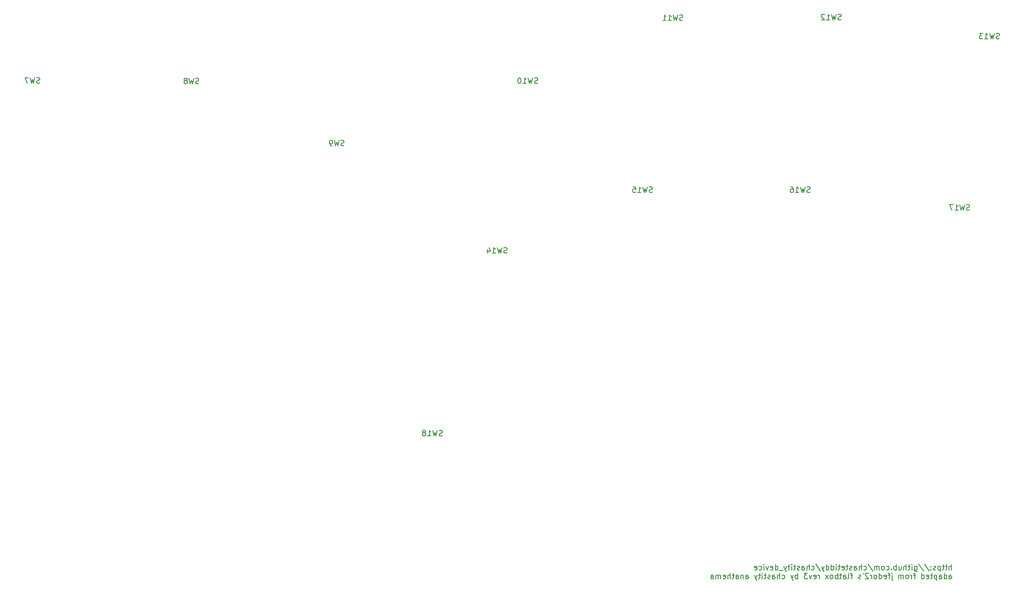
<source format=gbo>
%TF.GenerationSoftware,KiCad,Pcbnew,(6.0.5)*%
%TF.CreationDate,2022-08-30T07:27:48-07:00*%
%TF.ProjectId,chastity-device-rev2,63686173-7469-4747-992d-646576696365,rev?*%
%TF.SameCoordinates,Original*%
%TF.FileFunction,Legend,Bot*%
%TF.FilePolarity,Positive*%
%FSLAX46Y46*%
G04 Gerber Fmt 4.6, Leading zero omitted, Abs format (unit mm)*
G04 Created by KiCad (PCBNEW (6.0.5)) date 2022-08-30 07:27:48*
%MOMM*%
%LPD*%
G01*
G04 APERTURE LIST*
%ADD10C,0.150000*%
%ADD11C,1.701800*%
%ADD12C,3.429000*%
%ADD13C,2.032000*%
%ADD14C,4.950000*%
%ADD15C,1.524000*%
%ADD16C,0.650000*%
%ADD17O,1.000000X1.600000*%
%ADD18O,1.000000X2.100000*%
%ADD19C,0.900000*%
G04 APERTURE END LIST*
D10*
X230854404Y-146947380D02*
X230854404Y-145947380D01*
X230425833Y-146947380D02*
X230425833Y-146423571D01*
X230473452Y-146328333D01*
X230568690Y-146280714D01*
X230711547Y-146280714D01*
X230806785Y-146328333D01*
X230854404Y-146375952D01*
X230092500Y-146280714D02*
X229711547Y-146280714D01*
X229949642Y-145947380D02*
X229949642Y-146804523D01*
X229902023Y-146899761D01*
X229806785Y-146947380D01*
X229711547Y-146947380D01*
X229521071Y-146280714D02*
X229140119Y-146280714D01*
X229378214Y-145947380D02*
X229378214Y-146804523D01*
X229330595Y-146899761D01*
X229235357Y-146947380D01*
X229140119Y-146947380D01*
X228806785Y-146280714D02*
X228806785Y-147280714D01*
X228806785Y-146328333D02*
X228711547Y-146280714D01*
X228521071Y-146280714D01*
X228425833Y-146328333D01*
X228378214Y-146375952D01*
X228330595Y-146471190D01*
X228330595Y-146756904D01*
X228378214Y-146852142D01*
X228425833Y-146899761D01*
X228521071Y-146947380D01*
X228711547Y-146947380D01*
X228806785Y-146899761D01*
X227949642Y-146899761D02*
X227854404Y-146947380D01*
X227663928Y-146947380D01*
X227568690Y-146899761D01*
X227521071Y-146804523D01*
X227521071Y-146756904D01*
X227568690Y-146661666D01*
X227663928Y-146614047D01*
X227806785Y-146614047D01*
X227902023Y-146566428D01*
X227949642Y-146471190D01*
X227949642Y-146423571D01*
X227902023Y-146328333D01*
X227806785Y-146280714D01*
X227663928Y-146280714D01*
X227568690Y-146328333D01*
X227092500Y-146852142D02*
X227044880Y-146899761D01*
X227092500Y-146947380D01*
X227140119Y-146899761D01*
X227092500Y-146852142D01*
X227092500Y-146947380D01*
X227092500Y-146328333D02*
X227044880Y-146375952D01*
X227092500Y-146423571D01*
X227140119Y-146375952D01*
X227092500Y-146328333D01*
X227092500Y-146423571D01*
X225902023Y-145899761D02*
X226759166Y-147185476D01*
X224854404Y-145899761D02*
X225711547Y-147185476D01*
X224092500Y-146280714D02*
X224092500Y-147090238D01*
X224140119Y-147185476D01*
X224187738Y-147233095D01*
X224282976Y-147280714D01*
X224425833Y-147280714D01*
X224521071Y-147233095D01*
X224092500Y-146899761D02*
X224187738Y-146947380D01*
X224378214Y-146947380D01*
X224473452Y-146899761D01*
X224521071Y-146852142D01*
X224568690Y-146756904D01*
X224568690Y-146471190D01*
X224521071Y-146375952D01*
X224473452Y-146328333D01*
X224378214Y-146280714D01*
X224187738Y-146280714D01*
X224092500Y-146328333D01*
X223616309Y-146947380D02*
X223616309Y-146280714D01*
X223616309Y-145947380D02*
X223663928Y-145995000D01*
X223616309Y-146042619D01*
X223568690Y-145995000D01*
X223616309Y-145947380D01*
X223616309Y-146042619D01*
X223282976Y-146280714D02*
X222902023Y-146280714D01*
X223140119Y-145947380D02*
X223140119Y-146804523D01*
X223092500Y-146899761D01*
X222997261Y-146947380D01*
X222902023Y-146947380D01*
X222568690Y-146947380D02*
X222568690Y-145947380D01*
X222140119Y-146947380D02*
X222140119Y-146423571D01*
X222187738Y-146328333D01*
X222282976Y-146280714D01*
X222425833Y-146280714D01*
X222521071Y-146328333D01*
X222568690Y-146375952D01*
X221235357Y-146280714D02*
X221235357Y-146947380D01*
X221663928Y-146280714D02*
X221663928Y-146804523D01*
X221616309Y-146899761D01*
X221521071Y-146947380D01*
X221378214Y-146947380D01*
X221282976Y-146899761D01*
X221235357Y-146852142D01*
X220759166Y-146947380D02*
X220759166Y-145947380D01*
X220759166Y-146328333D02*
X220663928Y-146280714D01*
X220473452Y-146280714D01*
X220378214Y-146328333D01*
X220330595Y-146375952D01*
X220282976Y-146471190D01*
X220282976Y-146756904D01*
X220330595Y-146852142D01*
X220378214Y-146899761D01*
X220473452Y-146947380D01*
X220663928Y-146947380D01*
X220759166Y-146899761D01*
X219854404Y-146852142D02*
X219806785Y-146899761D01*
X219854404Y-146947380D01*
X219902023Y-146899761D01*
X219854404Y-146852142D01*
X219854404Y-146947380D01*
X218949642Y-146899761D02*
X219044880Y-146947380D01*
X219235357Y-146947380D01*
X219330595Y-146899761D01*
X219378214Y-146852142D01*
X219425833Y-146756904D01*
X219425833Y-146471190D01*
X219378214Y-146375952D01*
X219330595Y-146328333D01*
X219235357Y-146280714D01*
X219044880Y-146280714D01*
X218949642Y-146328333D01*
X218378214Y-146947380D02*
X218473452Y-146899761D01*
X218521071Y-146852142D01*
X218568690Y-146756904D01*
X218568690Y-146471190D01*
X218521071Y-146375952D01*
X218473452Y-146328333D01*
X218378214Y-146280714D01*
X218235357Y-146280714D01*
X218140119Y-146328333D01*
X218092500Y-146375952D01*
X218044880Y-146471190D01*
X218044880Y-146756904D01*
X218092500Y-146852142D01*
X218140119Y-146899761D01*
X218235357Y-146947380D01*
X218378214Y-146947380D01*
X217616309Y-146947380D02*
X217616309Y-146280714D01*
X217616309Y-146375952D02*
X217568690Y-146328333D01*
X217473452Y-146280714D01*
X217330595Y-146280714D01*
X217235357Y-146328333D01*
X217187738Y-146423571D01*
X217187738Y-146947380D01*
X217187738Y-146423571D02*
X217140119Y-146328333D01*
X217044880Y-146280714D01*
X216902023Y-146280714D01*
X216806785Y-146328333D01*
X216759166Y-146423571D01*
X216759166Y-146947380D01*
X215568690Y-145899761D02*
X216425833Y-147185476D01*
X214806785Y-146899761D02*
X214902023Y-146947380D01*
X215092500Y-146947380D01*
X215187738Y-146899761D01*
X215235357Y-146852142D01*
X215282976Y-146756904D01*
X215282976Y-146471190D01*
X215235357Y-146375952D01*
X215187738Y-146328333D01*
X215092500Y-146280714D01*
X214902023Y-146280714D01*
X214806785Y-146328333D01*
X214378214Y-146947380D02*
X214378214Y-145947380D01*
X213949642Y-146947380D02*
X213949642Y-146423571D01*
X213997261Y-146328333D01*
X214092500Y-146280714D01*
X214235357Y-146280714D01*
X214330595Y-146328333D01*
X214378214Y-146375952D01*
X213044880Y-146947380D02*
X213044880Y-146423571D01*
X213092500Y-146328333D01*
X213187738Y-146280714D01*
X213378214Y-146280714D01*
X213473452Y-146328333D01*
X213044880Y-146899761D02*
X213140119Y-146947380D01*
X213378214Y-146947380D01*
X213473452Y-146899761D01*
X213521071Y-146804523D01*
X213521071Y-146709285D01*
X213473452Y-146614047D01*
X213378214Y-146566428D01*
X213140119Y-146566428D01*
X213044880Y-146518809D01*
X212616309Y-146899761D02*
X212521071Y-146947380D01*
X212330595Y-146947380D01*
X212235357Y-146899761D01*
X212187738Y-146804523D01*
X212187738Y-146756904D01*
X212235357Y-146661666D01*
X212330595Y-146614047D01*
X212473452Y-146614047D01*
X212568690Y-146566428D01*
X212616309Y-146471190D01*
X212616309Y-146423571D01*
X212568690Y-146328333D01*
X212473452Y-146280714D01*
X212330595Y-146280714D01*
X212235357Y-146328333D01*
X211902023Y-146280714D02*
X211521071Y-146280714D01*
X211759166Y-145947380D02*
X211759166Y-146804523D01*
X211711547Y-146899761D01*
X211616309Y-146947380D01*
X211521071Y-146947380D01*
X210806785Y-146899761D02*
X210902023Y-146947380D01*
X211092500Y-146947380D01*
X211187738Y-146899761D01*
X211235357Y-146804523D01*
X211235357Y-146423571D01*
X211187738Y-146328333D01*
X211092500Y-146280714D01*
X210902023Y-146280714D01*
X210806785Y-146328333D01*
X210759166Y-146423571D01*
X210759166Y-146518809D01*
X211235357Y-146614047D01*
X210473452Y-146280714D02*
X210092500Y-146280714D01*
X210330595Y-145947380D02*
X210330595Y-146804523D01*
X210282976Y-146899761D01*
X210187738Y-146947380D01*
X210092500Y-146947380D01*
X209759166Y-146947380D02*
X209759166Y-146280714D01*
X209759166Y-145947380D02*
X209806785Y-145995000D01*
X209759166Y-146042619D01*
X209711547Y-145995000D01*
X209759166Y-145947380D01*
X209759166Y-146042619D01*
X208854404Y-146947380D02*
X208854404Y-145947380D01*
X208854404Y-146899761D02*
X208949642Y-146947380D01*
X209140119Y-146947380D01*
X209235357Y-146899761D01*
X209282976Y-146852142D01*
X209330595Y-146756904D01*
X209330595Y-146471190D01*
X209282976Y-146375952D01*
X209235357Y-146328333D01*
X209140119Y-146280714D01*
X208949642Y-146280714D01*
X208854404Y-146328333D01*
X207949642Y-146947380D02*
X207949642Y-145947380D01*
X207949642Y-146899761D02*
X208044880Y-146947380D01*
X208235357Y-146947380D01*
X208330595Y-146899761D01*
X208378214Y-146852142D01*
X208425833Y-146756904D01*
X208425833Y-146471190D01*
X208378214Y-146375952D01*
X208330595Y-146328333D01*
X208235357Y-146280714D01*
X208044880Y-146280714D01*
X207949642Y-146328333D01*
X207568690Y-146280714D02*
X207330595Y-146947380D01*
X207092500Y-146280714D02*
X207330595Y-146947380D01*
X207425833Y-147185476D01*
X207473452Y-147233095D01*
X207568690Y-147280714D01*
X205997261Y-145899761D02*
X206854404Y-147185476D01*
X205235357Y-146899761D02*
X205330595Y-146947380D01*
X205521071Y-146947380D01*
X205616309Y-146899761D01*
X205663928Y-146852142D01*
X205711547Y-146756904D01*
X205711547Y-146471190D01*
X205663928Y-146375952D01*
X205616309Y-146328333D01*
X205521071Y-146280714D01*
X205330595Y-146280714D01*
X205235357Y-146328333D01*
X204806785Y-146947380D02*
X204806785Y-145947380D01*
X204378214Y-146947380D02*
X204378214Y-146423571D01*
X204425833Y-146328333D01*
X204521071Y-146280714D01*
X204663928Y-146280714D01*
X204759166Y-146328333D01*
X204806785Y-146375952D01*
X203473452Y-146947380D02*
X203473452Y-146423571D01*
X203521071Y-146328333D01*
X203616309Y-146280714D01*
X203806785Y-146280714D01*
X203902023Y-146328333D01*
X203473452Y-146899761D02*
X203568690Y-146947380D01*
X203806785Y-146947380D01*
X203902023Y-146899761D01*
X203949642Y-146804523D01*
X203949642Y-146709285D01*
X203902023Y-146614047D01*
X203806785Y-146566428D01*
X203568690Y-146566428D01*
X203473452Y-146518809D01*
X203044880Y-146899761D02*
X202949642Y-146947380D01*
X202759166Y-146947380D01*
X202663928Y-146899761D01*
X202616309Y-146804523D01*
X202616309Y-146756904D01*
X202663928Y-146661666D01*
X202759166Y-146614047D01*
X202902023Y-146614047D01*
X202997261Y-146566428D01*
X203044880Y-146471190D01*
X203044880Y-146423571D01*
X202997261Y-146328333D01*
X202902023Y-146280714D01*
X202759166Y-146280714D01*
X202663928Y-146328333D01*
X202330595Y-146280714D02*
X201949642Y-146280714D01*
X202187738Y-145947380D02*
X202187738Y-146804523D01*
X202140119Y-146899761D01*
X202044880Y-146947380D01*
X201949642Y-146947380D01*
X201616309Y-146947380D02*
X201616309Y-146280714D01*
X201616309Y-145947380D02*
X201663928Y-145995000D01*
X201616309Y-146042619D01*
X201568690Y-145995000D01*
X201616309Y-145947380D01*
X201616309Y-146042619D01*
X201282976Y-146280714D02*
X200902023Y-146280714D01*
X201140119Y-145947380D02*
X201140119Y-146804523D01*
X201092500Y-146899761D01*
X200997261Y-146947380D01*
X200902023Y-146947380D01*
X200663928Y-146280714D02*
X200425833Y-146947380D01*
X200187738Y-146280714D02*
X200425833Y-146947380D01*
X200521071Y-147185476D01*
X200568690Y-147233095D01*
X200663928Y-147280714D01*
X200044880Y-147042619D02*
X199282976Y-147042619D01*
X198616309Y-146947380D02*
X198616309Y-145947380D01*
X198616309Y-146899761D02*
X198711547Y-146947380D01*
X198902023Y-146947380D01*
X198997261Y-146899761D01*
X199044880Y-146852142D01*
X199092500Y-146756904D01*
X199092500Y-146471190D01*
X199044880Y-146375952D01*
X198997261Y-146328333D01*
X198902023Y-146280714D01*
X198711547Y-146280714D01*
X198616309Y-146328333D01*
X197759166Y-146899761D02*
X197854404Y-146947380D01*
X198044880Y-146947380D01*
X198140119Y-146899761D01*
X198187738Y-146804523D01*
X198187738Y-146423571D01*
X198140119Y-146328333D01*
X198044880Y-146280714D01*
X197854404Y-146280714D01*
X197759166Y-146328333D01*
X197711547Y-146423571D01*
X197711547Y-146518809D01*
X198187738Y-146614047D01*
X197378214Y-146280714D02*
X197140119Y-146947380D01*
X196902023Y-146280714D01*
X196521071Y-146947380D02*
X196521071Y-146280714D01*
X196521071Y-145947380D02*
X196568690Y-145995000D01*
X196521071Y-146042619D01*
X196473452Y-145995000D01*
X196521071Y-145947380D01*
X196521071Y-146042619D01*
X195616309Y-146899761D02*
X195711547Y-146947380D01*
X195902023Y-146947380D01*
X195997261Y-146899761D01*
X196044880Y-146852142D01*
X196092500Y-146756904D01*
X196092500Y-146471190D01*
X196044880Y-146375952D01*
X195997261Y-146328333D01*
X195902023Y-146280714D01*
X195711547Y-146280714D01*
X195616309Y-146328333D01*
X194806785Y-146899761D02*
X194902023Y-146947380D01*
X195092500Y-146947380D01*
X195187738Y-146899761D01*
X195235357Y-146804523D01*
X195235357Y-146423571D01*
X195187738Y-146328333D01*
X195092500Y-146280714D01*
X194902023Y-146280714D01*
X194806785Y-146328333D01*
X194759166Y-146423571D01*
X194759166Y-146518809D01*
X195235357Y-146614047D01*
X230425833Y-148557380D02*
X230425833Y-148033571D01*
X230473452Y-147938333D01*
X230568690Y-147890714D01*
X230759166Y-147890714D01*
X230854404Y-147938333D01*
X230425833Y-148509761D02*
X230521071Y-148557380D01*
X230759166Y-148557380D01*
X230854404Y-148509761D01*
X230902023Y-148414523D01*
X230902023Y-148319285D01*
X230854404Y-148224047D01*
X230759166Y-148176428D01*
X230521071Y-148176428D01*
X230425833Y-148128809D01*
X229521071Y-148557380D02*
X229521071Y-147557380D01*
X229521071Y-148509761D02*
X229616309Y-148557380D01*
X229806785Y-148557380D01*
X229902023Y-148509761D01*
X229949642Y-148462142D01*
X229997261Y-148366904D01*
X229997261Y-148081190D01*
X229949642Y-147985952D01*
X229902023Y-147938333D01*
X229806785Y-147890714D01*
X229616309Y-147890714D01*
X229521071Y-147938333D01*
X228616309Y-148557380D02*
X228616309Y-148033571D01*
X228663928Y-147938333D01*
X228759166Y-147890714D01*
X228949642Y-147890714D01*
X229044880Y-147938333D01*
X228616309Y-148509761D02*
X228711547Y-148557380D01*
X228949642Y-148557380D01*
X229044880Y-148509761D01*
X229092500Y-148414523D01*
X229092500Y-148319285D01*
X229044880Y-148224047D01*
X228949642Y-148176428D01*
X228711547Y-148176428D01*
X228616309Y-148128809D01*
X228140119Y-147890714D02*
X228140119Y-148890714D01*
X228140119Y-147938333D02*
X228044880Y-147890714D01*
X227854404Y-147890714D01*
X227759166Y-147938333D01*
X227711547Y-147985952D01*
X227663928Y-148081190D01*
X227663928Y-148366904D01*
X227711547Y-148462142D01*
X227759166Y-148509761D01*
X227854404Y-148557380D01*
X228044880Y-148557380D01*
X228140119Y-148509761D01*
X227378214Y-147890714D02*
X226997261Y-147890714D01*
X227235357Y-147557380D02*
X227235357Y-148414523D01*
X227187738Y-148509761D01*
X227092500Y-148557380D01*
X226997261Y-148557380D01*
X226282976Y-148509761D02*
X226378214Y-148557380D01*
X226568690Y-148557380D01*
X226663928Y-148509761D01*
X226711547Y-148414523D01*
X226711547Y-148033571D01*
X226663928Y-147938333D01*
X226568690Y-147890714D01*
X226378214Y-147890714D01*
X226282976Y-147938333D01*
X226235357Y-148033571D01*
X226235357Y-148128809D01*
X226711547Y-148224047D01*
X225378214Y-148557380D02*
X225378214Y-147557380D01*
X225378214Y-148509761D02*
X225473452Y-148557380D01*
X225663928Y-148557380D01*
X225759166Y-148509761D01*
X225806785Y-148462142D01*
X225854404Y-148366904D01*
X225854404Y-148081190D01*
X225806785Y-147985952D01*
X225759166Y-147938333D01*
X225663928Y-147890714D01*
X225473452Y-147890714D01*
X225378214Y-147938333D01*
X224282976Y-147890714D02*
X223902023Y-147890714D01*
X224140119Y-148557380D02*
X224140119Y-147700238D01*
X224092500Y-147605000D01*
X223997261Y-147557380D01*
X223902023Y-147557380D01*
X223568690Y-148557380D02*
X223568690Y-147890714D01*
X223568690Y-148081190D02*
X223521071Y-147985952D01*
X223473452Y-147938333D01*
X223378214Y-147890714D01*
X223282976Y-147890714D01*
X222806785Y-148557380D02*
X222902023Y-148509761D01*
X222949642Y-148462142D01*
X222997261Y-148366904D01*
X222997261Y-148081190D01*
X222949642Y-147985952D01*
X222902023Y-147938333D01*
X222806785Y-147890714D01*
X222663928Y-147890714D01*
X222568690Y-147938333D01*
X222521071Y-147985952D01*
X222473452Y-148081190D01*
X222473452Y-148366904D01*
X222521071Y-148462142D01*
X222568690Y-148509761D01*
X222663928Y-148557380D01*
X222806785Y-148557380D01*
X222044880Y-148557380D02*
X222044880Y-147890714D01*
X222044880Y-147985952D02*
X221997261Y-147938333D01*
X221902023Y-147890714D01*
X221759166Y-147890714D01*
X221663928Y-147938333D01*
X221616309Y-148033571D01*
X221616309Y-148557380D01*
X221616309Y-148033571D02*
X221568690Y-147938333D01*
X221473452Y-147890714D01*
X221330595Y-147890714D01*
X221235357Y-147938333D01*
X221187738Y-148033571D01*
X221187738Y-148557380D01*
X219949642Y-147890714D02*
X219949642Y-148747857D01*
X219997261Y-148843095D01*
X220092500Y-148890714D01*
X220140119Y-148890714D01*
X219949642Y-147557380D02*
X219997261Y-147605000D01*
X219949642Y-147652619D01*
X219902023Y-147605000D01*
X219949642Y-147557380D01*
X219949642Y-147652619D01*
X219616309Y-147890714D02*
X219235357Y-147890714D01*
X219473452Y-148557380D02*
X219473452Y-147700238D01*
X219425833Y-147605000D01*
X219330595Y-147557380D01*
X219235357Y-147557380D01*
X218521071Y-148509761D02*
X218616309Y-148557380D01*
X218806785Y-148557380D01*
X218902023Y-148509761D01*
X218949642Y-148414523D01*
X218949642Y-148033571D01*
X218902023Y-147938333D01*
X218806785Y-147890714D01*
X218616309Y-147890714D01*
X218521071Y-147938333D01*
X218473452Y-148033571D01*
X218473452Y-148128809D01*
X218949642Y-148224047D01*
X217616309Y-148557380D02*
X217616309Y-147557380D01*
X217616309Y-148509761D02*
X217711547Y-148557380D01*
X217902023Y-148557380D01*
X217997261Y-148509761D01*
X218044880Y-148462142D01*
X218092500Y-148366904D01*
X218092500Y-148081190D01*
X218044880Y-147985952D01*
X217997261Y-147938333D01*
X217902023Y-147890714D01*
X217711547Y-147890714D01*
X217616309Y-147938333D01*
X216997261Y-148557380D02*
X217092500Y-148509761D01*
X217140119Y-148462142D01*
X217187738Y-148366904D01*
X217187738Y-148081190D01*
X217140119Y-147985952D01*
X217092500Y-147938333D01*
X216997261Y-147890714D01*
X216854404Y-147890714D01*
X216759166Y-147938333D01*
X216711547Y-147985952D01*
X216663928Y-148081190D01*
X216663928Y-148366904D01*
X216711547Y-148462142D01*
X216759166Y-148509761D01*
X216854404Y-148557380D01*
X216997261Y-148557380D01*
X216235357Y-148557380D02*
X216235357Y-147890714D01*
X216235357Y-148081190D02*
X216187738Y-147985952D01*
X216140119Y-147938333D01*
X216044880Y-147890714D01*
X215949642Y-147890714D01*
X215663928Y-147652619D02*
X215616309Y-147605000D01*
X215521071Y-147557380D01*
X215282976Y-147557380D01*
X215187738Y-147605000D01*
X215140119Y-147652619D01*
X215092500Y-147747857D01*
X215092500Y-147843095D01*
X215140119Y-147985952D01*
X215711547Y-148557380D01*
X215092500Y-148557380D01*
X214616309Y-147557380D02*
X214711547Y-147747857D01*
X214235357Y-148509761D02*
X214140119Y-148557380D01*
X213949642Y-148557380D01*
X213854404Y-148509761D01*
X213806785Y-148414523D01*
X213806785Y-148366904D01*
X213854404Y-148271666D01*
X213949642Y-148224047D01*
X214092500Y-148224047D01*
X214187738Y-148176428D01*
X214235357Y-148081190D01*
X214235357Y-148033571D01*
X214187738Y-147938333D01*
X214092500Y-147890714D01*
X213949642Y-147890714D01*
X213854404Y-147938333D01*
X212759166Y-147890714D02*
X212378214Y-147890714D01*
X212616309Y-148557380D02*
X212616309Y-147700238D01*
X212568690Y-147605000D01*
X212473452Y-147557380D01*
X212378214Y-147557380D01*
X211902023Y-148557380D02*
X211997261Y-148509761D01*
X212044880Y-148414523D01*
X212044880Y-147557380D01*
X211092500Y-148557380D02*
X211092500Y-148033571D01*
X211140119Y-147938333D01*
X211235357Y-147890714D01*
X211425833Y-147890714D01*
X211521071Y-147938333D01*
X211092500Y-148509761D02*
X211187738Y-148557380D01*
X211425833Y-148557380D01*
X211521071Y-148509761D01*
X211568690Y-148414523D01*
X211568690Y-148319285D01*
X211521071Y-148224047D01*
X211425833Y-148176428D01*
X211187738Y-148176428D01*
X211092500Y-148128809D01*
X210759166Y-147890714D02*
X210378214Y-147890714D01*
X210616309Y-147557380D02*
X210616309Y-148414523D01*
X210568690Y-148509761D01*
X210473452Y-148557380D01*
X210378214Y-148557380D01*
X210044880Y-148557380D02*
X210044880Y-147557380D01*
X210044880Y-147938333D02*
X209949642Y-147890714D01*
X209759166Y-147890714D01*
X209663928Y-147938333D01*
X209616309Y-147985952D01*
X209568690Y-148081190D01*
X209568690Y-148366904D01*
X209616309Y-148462142D01*
X209663928Y-148509761D01*
X209759166Y-148557380D01*
X209949642Y-148557380D01*
X210044880Y-148509761D01*
X208997261Y-148557380D02*
X209092500Y-148509761D01*
X209140119Y-148462142D01*
X209187738Y-148366904D01*
X209187738Y-148081190D01*
X209140119Y-147985952D01*
X209092500Y-147938333D01*
X208997261Y-147890714D01*
X208854404Y-147890714D01*
X208759166Y-147938333D01*
X208711547Y-147985952D01*
X208663928Y-148081190D01*
X208663928Y-148366904D01*
X208711547Y-148462142D01*
X208759166Y-148509761D01*
X208854404Y-148557380D01*
X208997261Y-148557380D01*
X208330595Y-148557380D02*
X207806785Y-147890714D01*
X208330595Y-147890714D02*
X207806785Y-148557380D01*
X206663928Y-148557380D02*
X206663928Y-147890714D01*
X206663928Y-148081190D02*
X206616309Y-147985952D01*
X206568690Y-147938333D01*
X206473452Y-147890714D01*
X206378214Y-147890714D01*
X205663928Y-148509761D02*
X205759166Y-148557380D01*
X205949642Y-148557380D01*
X206044880Y-148509761D01*
X206092500Y-148414523D01*
X206092500Y-148033571D01*
X206044880Y-147938333D01*
X205949642Y-147890714D01*
X205759166Y-147890714D01*
X205663928Y-147938333D01*
X205616309Y-148033571D01*
X205616309Y-148128809D01*
X206092500Y-148224047D01*
X205282976Y-147890714D02*
X205044880Y-148557380D01*
X204806785Y-147890714D01*
X204521071Y-147557380D02*
X203902023Y-147557380D01*
X204235357Y-147938333D01*
X204092500Y-147938333D01*
X203997261Y-147985952D01*
X203949642Y-148033571D01*
X203902023Y-148128809D01*
X203902023Y-148366904D01*
X203949642Y-148462142D01*
X203997261Y-148509761D01*
X204092500Y-148557380D01*
X204378214Y-148557380D01*
X204473452Y-148509761D01*
X204521071Y-148462142D01*
X202711547Y-148557380D02*
X202711547Y-147557380D01*
X202711547Y-147938333D02*
X202616309Y-147890714D01*
X202425833Y-147890714D01*
X202330595Y-147938333D01*
X202282976Y-147985952D01*
X202235357Y-148081190D01*
X202235357Y-148366904D01*
X202282976Y-148462142D01*
X202330595Y-148509761D01*
X202425833Y-148557380D01*
X202616309Y-148557380D01*
X202711547Y-148509761D01*
X201902023Y-147890714D02*
X201663928Y-148557380D01*
X201425833Y-147890714D02*
X201663928Y-148557380D01*
X201759166Y-148795476D01*
X201806785Y-148843095D01*
X201902023Y-148890714D01*
X199854404Y-148509761D02*
X199949642Y-148557380D01*
X200140119Y-148557380D01*
X200235357Y-148509761D01*
X200282976Y-148462142D01*
X200330595Y-148366904D01*
X200330595Y-148081190D01*
X200282976Y-147985952D01*
X200235357Y-147938333D01*
X200140119Y-147890714D01*
X199949642Y-147890714D01*
X199854404Y-147938333D01*
X199425833Y-148557380D02*
X199425833Y-147557380D01*
X198997261Y-148557380D02*
X198997261Y-148033571D01*
X199044880Y-147938333D01*
X199140119Y-147890714D01*
X199282976Y-147890714D01*
X199378214Y-147938333D01*
X199425833Y-147985952D01*
X198092500Y-148557380D02*
X198092500Y-148033571D01*
X198140119Y-147938333D01*
X198235357Y-147890714D01*
X198425833Y-147890714D01*
X198521071Y-147938333D01*
X198092500Y-148509761D02*
X198187738Y-148557380D01*
X198425833Y-148557380D01*
X198521071Y-148509761D01*
X198568690Y-148414523D01*
X198568690Y-148319285D01*
X198521071Y-148224047D01*
X198425833Y-148176428D01*
X198187738Y-148176428D01*
X198092500Y-148128809D01*
X197663928Y-148509761D02*
X197568690Y-148557380D01*
X197378214Y-148557380D01*
X197282976Y-148509761D01*
X197235357Y-148414523D01*
X197235357Y-148366904D01*
X197282976Y-148271666D01*
X197378214Y-148224047D01*
X197521071Y-148224047D01*
X197616309Y-148176428D01*
X197663928Y-148081190D01*
X197663928Y-148033571D01*
X197616309Y-147938333D01*
X197521071Y-147890714D01*
X197378214Y-147890714D01*
X197282976Y-147938333D01*
X196949642Y-147890714D02*
X196568690Y-147890714D01*
X196806785Y-147557380D02*
X196806785Y-148414523D01*
X196759166Y-148509761D01*
X196663928Y-148557380D01*
X196568690Y-148557380D01*
X196235357Y-148557380D02*
X196235357Y-147890714D01*
X196235357Y-147557380D02*
X196282976Y-147605000D01*
X196235357Y-147652619D01*
X196187738Y-147605000D01*
X196235357Y-147557380D01*
X196235357Y-147652619D01*
X195902023Y-147890714D02*
X195521071Y-147890714D01*
X195759166Y-147557380D02*
X195759166Y-148414523D01*
X195711547Y-148509761D01*
X195616309Y-148557380D01*
X195521071Y-148557380D01*
X195282976Y-147890714D02*
X195044880Y-148557380D01*
X194806785Y-147890714D02*
X195044880Y-148557380D01*
X195140119Y-148795476D01*
X195187738Y-148843095D01*
X195282976Y-148890714D01*
X193235357Y-148557380D02*
X193235357Y-148033571D01*
X193282976Y-147938333D01*
X193378214Y-147890714D01*
X193568690Y-147890714D01*
X193663928Y-147938333D01*
X193235357Y-148509761D02*
X193330595Y-148557380D01*
X193568690Y-148557380D01*
X193663928Y-148509761D01*
X193711547Y-148414523D01*
X193711547Y-148319285D01*
X193663928Y-148224047D01*
X193568690Y-148176428D01*
X193330595Y-148176428D01*
X193235357Y-148128809D01*
X192759166Y-147890714D02*
X192759166Y-148557380D01*
X192759166Y-147985952D02*
X192711547Y-147938333D01*
X192616309Y-147890714D01*
X192473452Y-147890714D01*
X192378214Y-147938333D01*
X192330595Y-148033571D01*
X192330595Y-148557380D01*
X191425833Y-148557380D02*
X191425833Y-148033571D01*
X191473452Y-147938333D01*
X191568690Y-147890714D01*
X191759166Y-147890714D01*
X191854404Y-147938333D01*
X191425833Y-148509761D02*
X191521071Y-148557380D01*
X191759166Y-148557380D01*
X191854404Y-148509761D01*
X191902023Y-148414523D01*
X191902023Y-148319285D01*
X191854404Y-148224047D01*
X191759166Y-148176428D01*
X191521071Y-148176428D01*
X191425833Y-148128809D01*
X191092500Y-147890714D02*
X190711547Y-147890714D01*
X190949642Y-147557380D02*
X190949642Y-148414523D01*
X190902023Y-148509761D01*
X190806785Y-148557380D01*
X190711547Y-148557380D01*
X190378214Y-148557380D02*
X190378214Y-147557380D01*
X189949642Y-148557380D02*
X189949642Y-148033571D01*
X189997261Y-147938333D01*
X190092500Y-147890714D01*
X190235357Y-147890714D01*
X190330595Y-147938333D01*
X190378214Y-147985952D01*
X189092500Y-148509761D02*
X189187738Y-148557380D01*
X189378214Y-148557380D01*
X189473452Y-148509761D01*
X189521071Y-148414523D01*
X189521071Y-148033571D01*
X189473452Y-147938333D01*
X189378214Y-147890714D01*
X189187738Y-147890714D01*
X189092500Y-147938333D01*
X189044880Y-148033571D01*
X189044880Y-148128809D01*
X189521071Y-148224047D01*
X188616309Y-148557380D02*
X188616309Y-147890714D01*
X188616309Y-147985952D02*
X188568690Y-147938333D01*
X188473452Y-147890714D01*
X188330595Y-147890714D01*
X188235357Y-147938333D01*
X188187738Y-148033571D01*
X188187738Y-148557380D01*
X188187738Y-148033571D02*
X188140119Y-147938333D01*
X188044880Y-147890714D01*
X187902023Y-147890714D01*
X187806785Y-147938333D01*
X187759166Y-148033571D01*
X187759166Y-148557380D01*
X186854404Y-148557380D02*
X186854404Y-148033571D01*
X186902023Y-147938333D01*
X186997261Y-147890714D01*
X187187738Y-147890714D01*
X187282976Y-147938333D01*
X186854404Y-148509761D02*
X186949642Y-148557380D01*
X187187738Y-148557380D01*
X187282976Y-148509761D01*
X187330595Y-148414523D01*
X187330595Y-148319285D01*
X187282976Y-148224047D01*
X187187738Y-148176428D01*
X186949642Y-148176428D01*
X186854404Y-148128809D01*
X93098333Y-57954761D02*
X92955476Y-58002380D01*
X92717380Y-58002380D01*
X92622142Y-57954761D01*
X92574523Y-57907142D01*
X92526904Y-57811904D01*
X92526904Y-57716666D01*
X92574523Y-57621428D01*
X92622142Y-57573809D01*
X92717380Y-57526190D01*
X92907857Y-57478571D01*
X93003095Y-57430952D01*
X93050714Y-57383333D01*
X93098333Y-57288095D01*
X93098333Y-57192857D01*
X93050714Y-57097619D01*
X93003095Y-57050000D01*
X92907857Y-57002380D01*
X92669761Y-57002380D01*
X92526904Y-57050000D01*
X92193571Y-57002380D02*
X91955476Y-58002380D01*
X91765000Y-57288095D01*
X91574523Y-58002380D01*
X91336428Y-57002380D01*
X90812619Y-57430952D02*
X90907857Y-57383333D01*
X90955476Y-57335714D01*
X91003095Y-57240476D01*
X91003095Y-57192857D01*
X90955476Y-57097619D01*
X90907857Y-57050000D01*
X90812619Y-57002380D01*
X90622142Y-57002380D01*
X90526904Y-57050000D01*
X90479285Y-57097619D01*
X90431666Y-57192857D01*
X90431666Y-57240476D01*
X90479285Y-57335714D01*
X90526904Y-57383333D01*
X90622142Y-57430952D01*
X90812619Y-57430952D01*
X90907857Y-57478571D01*
X90955476Y-57526190D01*
X91003095Y-57621428D01*
X91003095Y-57811904D01*
X90955476Y-57907142D01*
X90907857Y-57954761D01*
X90812619Y-58002380D01*
X90622142Y-58002380D01*
X90526904Y-57954761D01*
X90479285Y-57907142D01*
X90431666Y-57811904D01*
X90431666Y-57621428D01*
X90479285Y-57526190D01*
X90526904Y-57478571D01*
X90622142Y-57430952D01*
X119698333Y-69304761D02*
X119555476Y-69352380D01*
X119317380Y-69352380D01*
X119222142Y-69304761D01*
X119174523Y-69257142D01*
X119126904Y-69161904D01*
X119126904Y-69066666D01*
X119174523Y-68971428D01*
X119222142Y-68923809D01*
X119317380Y-68876190D01*
X119507857Y-68828571D01*
X119603095Y-68780952D01*
X119650714Y-68733333D01*
X119698333Y-68638095D01*
X119698333Y-68542857D01*
X119650714Y-68447619D01*
X119603095Y-68400000D01*
X119507857Y-68352380D01*
X119269761Y-68352380D01*
X119126904Y-68400000D01*
X118793571Y-68352380D02*
X118555476Y-69352380D01*
X118365000Y-68638095D01*
X118174523Y-69352380D01*
X117936428Y-68352380D01*
X117507857Y-69352380D02*
X117317380Y-69352380D01*
X117222142Y-69304761D01*
X117174523Y-69257142D01*
X117079285Y-69114285D01*
X117031666Y-68923809D01*
X117031666Y-68542857D01*
X117079285Y-68447619D01*
X117126904Y-68400000D01*
X117222142Y-68352380D01*
X117412619Y-68352380D01*
X117507857Y-68400000D01*
X117555476Y-68447619D01*
X117603095Y-68542857D01*
X117603095Y-68780952D01*
X117555476Y-68876190D01*
X117507857Y-68923809D01*
X117412619Y-68971428D01*
X117222142Y-68971428D01*
X117126904Y-68923809D01*
X117079285Y-68876190D01*
X117031666Y-68780952D01*
X137674523Y-122404761D02*
X137531666Y-122452380D01*
X137293571Y-122452380D01*
X137198333Y-122404761D01*
X137150714Y-122357142D01*
X137103095Y-122261904D01*
X137103095Y-122166666D01*
X137150714Y-122071428D01*
X137198333Y-122023809D01*
X137293571Y-121976190D01*
X137484047Y-121928571D01*
X137579285Y-121880952D01*
X137626904Y-121833333D01*
X137674523Y-121738095D01*
X137674523Y-121642857D01*
X137626904Y-121547619D01*
X137579285Y-121500000D01*
X137484047Y-121452380D01*
X137245952Y-121452380D01*
X137103095Y-121500000D01*
X136769761Y-121452380D02*
X136531666Y-122452380D01*
X136341190Y-121738095D01*
X136150714Y-122452380D01*
X135912619Y-121452380D01*
X135007857Y-122452380D02*
X135579285Y-122452380D01*
X135293571Y-122452380D02*
X135293571Y-121452380D01*
X135388809Y-121595238D01*
X135484047Y-121690476D01*
X135579285Y-121738095D01*
X134436428Y-121880952D02*
X134531666Y-121833333D01*
X134579285Y-121785714D01*
X134626904Y-121690476D01*
X134626904Y-121642857D01*
X134579285Y-121547619D01*
X134531666Y-121500000D01*
X134436428Y-121452380D01*
X134245952Y-121452380D01*
X134150714Y-121500000D01*
X134103095Y-121547619D01*
X134055476Y-121642857D01*
X134055476Y-121690476D01*
X134103095Y-121785714D01*
X134150714Y-121833333D01*
X134245952Y-121880952D01*
X134436428Y-121880952D01*
X134531666Y-121928571D01*
X134579285Y-121976190D01*
X134626904Y-122071428D01*
X134626904Y-122261904D01*
X134579285Y-122357142D01*
X134531666Y-122404761D01*
X134436428Y-122452380D01*
X134245952Y-122452380D01*
X134150714Y-122404761D01*
X134103095Y-122357142D01*
X134055476Y-122261904D01*
X134055476Y-122071428D01*
X134103095Y-121976190D01*
X134150714Y-121928571D01*
X134245952Y-121880952D01*
X155114523Y-57894761D02*
X154971666Y-57942380D01*
X154733571Y-57942380D01*
X154638333Y-57894761D01*
X154590714Y-57847142D01*
X154543095Y-57751904D01*
X154543095Y-57656666D01*
X154590714Y-57561428D01*
X154638333Y-57513809D01*
X154733571Y-57466190D01*
X154924047Y-57418571D01*
X155019285Y-57370952D01*
X155066904Y-57323333D01*
X155114523Y-57228095D01*
X155114523Y-57132857D01*
X155066904Y-57037619D01*
X155019285Y-56990000D01*
X154924047Y-56942380D01*
X154685952Y-56942380D01*
X154543095Y-56990000D01*
X154209761Y-56942380D02*
X153971666Y-57942380D01*
X153781190Y-57228095D01*
X153590714Y-57942380D01*
X153352619Y-56942380D01*
X152447857Y-57942380D02*
X153019285Y-57942380D01*
X152733571Y-57942380D02*
X152733571Y-56942380D01*
X152828809Y-57085238D01*
X152924047Y-57180476D01*
X153019285Y-57228095D01*
X151828809Y-56942380D02*
X151733571Y-56942380D01*
X151638333Y-56990000D01*
X151590714Y-57037619D01*
X151543095Y-57132857D01*
X151495476Y-57323333D01*
X151495476Y-57561428D01*
X151543095Y-57751904D01*
X151590714Y-57847142D01*
X151638333Y-57894761D01*
X151733571Y-57942380D01*
X151828809Y-57942380D01*
X151924047Y-57894761D01*
X151971666Y-57847142D01*
X152019285Y-57751904D01*
X152066904Y-57561428D01*
X152066904Y-57323333D01*
X152019285Y-57132857D01*
X151971666Y-57037619D01*
X151924047Y-56990000D01*
X151828809Y-56942380D01*
X181674523Y-46364761D02*
X181531666Y-46412380D01*
X181293571Y-46412380D01*
X181198333Y-46364761D01*
X181150714Y-46317142D01*
X181103095Y-46221904D01*
X181103095Y-46126666D01*
X181150714Y-46031428D01*
X181198333Y-45983809D01*
X181293571Y-45936190D01*
X181484047Y-45888571D01*
X181579285Y-45840952D01*
X181626904Y-45793333D01*
X181674523Y-45698095D01*
X181674523Y-45602857D01*
X181626904Y-45507619D01*
X181579285Y-45460000D01*
X181484047Y-45412380D01*
X181245952Y-45412380D01*
X181103095Y-45460000D01*
X180769761Y-45412380D02*
X180531666Y-46412380D01*
X180341190Y-45698095D01*
X180150714Y-46412380D01*
X179912619Y-45412380D01*
X179007857Y-46412380D02*
X179579285Y-46412380D01*
X179293571Y-46412380D02*
X179293571Y-45412380D01*
X179388809Y-45555238D01*
X179484047Y-45650476D01*
X179579285Y-45698095D01*
X178055476Y-46412380D02*
X178626904Y-46412380D01*
X178341190Y-46412380D02*
X178341190Y-45412380D01*
X178436428Y-45555238D01*
X178531666Y-45650476D01*
X178626904Y-45698095D01*
X210644523Y-46244761D02*
X210501666Y-46292380D01*
X210263571Y-46292380D01*
X210168333Y-46244761D01*
X210120714Y-46197142D01*
X210073095Y-46101904D01*
X210073095Y-46006666D01*
X210120714Y-45911428D01*
X210168333Y-45863809D01*
X210263571Y-45816190D01*
X210454047Y-45768571D01*
X210549285Y-45720952D01*
X210596904Y-45673333D01*
X210644523Y-45578095D01*
X210644523Y-45482857D01*
X210596904Y-45387619D01*
X210549285Y-45340000D01*
X210454047Y-45292380D01*
X210215952Y-45292380D01*
X210073095Y-45340000D01*
X209739761Y-45292380D02*
X209501666Y-46292380D01*
X209311190Y-45578095D01*
X209120714Y-46292380D01*
X208882619Y-45292380D01*
X207977857Y-46292380D02*
X208549285Y-46292380D01*
X208263571Y-46292380D02*
X208263571Y-45292380D01*
X208358809Y-45435238D01*
X208454047Y-45530476D01*
X208549285Y-45578095D01*
X207596904Y-45387619D02*
X207549285Y-45340000D01*
X207454047Y-45292380D01*
X207215952Y-45292380D01*
X207120714Y-45340000D01*
X207073095Y-45387619D01*
X207025476Y-45482857D01*
X207025476Y-45578095D01*
X207073095Y-45720952D01*
X207644523Y-46292380D01*
X207025476Y-46292380D01*
X239590923Y-49735161D02*
X239448066Y-49782780D01*
X239209971Y-49782780D01*
X239114733Y-49735161D01*
X239067114Y-49687542D01*
X239019495Y-49592304D01*
X239019495Y-49497066D01*
X239067114Y-49401828D01*
X239114733Y-49354209D01*
X239209971Y-49306590D01*
X239400447Y-49258971D01*
X239495685Y-49211352D01*
X239543304Y-49163733D01*
X239590923Y-49068495D01*
X239590923Y-48973257D01*
X239543304Y-48878019D01*
X239495685Y-48830400D01*
X239400447Y-48782780D01*
X239162352Y-48782780D01*
X239019495Y-48830400D01*
X238686161Y-48782780D02*
X238448066Y-49782780D01*
X238257590Y-49068495D01*
X238067114Y-49782780D01*
X237829019Y-48782780D01*
X236924257Y-49782780D02*
X237495685Y-49782780D01*
X237209971Y-49782780D02*
X237209971Y-48782780D01*
X237305209Y-48925638D01*
X237400447Y-49020876D01*
X237495685Y-49068495D01*
X236590923Y-48782780D02*
X235971876Y-48782780D01*
X236305209Y-49163733D01*
X236162352Y-49163733D01*
X236067114Y-49211352D01*
X236019495Y-49258971D01*
X235971876Y-49354209D01*
X235971876Y-49592304D01*
X236019495Y-49687542D01*
X236067114Y-49735161D01*
X236162352Y-49782780D01*
X236448066Y-49782780D01*
X236543304Y-49735161D01*
X236590923Y-49687542D01*
X149504523Y-88934761D02*
X149361666Y-88982380D01*
X149123571Y-88982380D01*
X149028333Y-88934761D01*
X148980714Y-88887142D01*
X148933095Y-88791904D01*
X148933095Y-88696666D01*
X148980714Y-88601428D01*
X149028333Y-88553809D01*
X149123571Y-88506190D01*
X149314047Y-88458571D01*
X149409285Y-88410952D01*
X149456904Y-88363333D01*
X149504523Y-88268095D01*
X149504523Y-88172857D01*
X149456904Y-88077619D01*
X149409285Y-88030000D01*
X149314047Y-87982380D01*
X149075952Y-87982380D01*
X148933095Y-88030000D01*
X148599761Y-87982380D02*
X148361666Y-88982380D01*
X148171190Y-88268095D01*
X147980714Y-88982380D01*
X147742619Y-87982380D01*
X146837857Y-88982380D02*
X147409285Y-88982380D01*
X147123571Y-88982380D02*
X147123571Y-87982380D01*
X147218809Y-88125238D01*
X147314047Y-88220476D01*
X147409285Y-88268095D01*
X145980714Y-88315714D02*
X145980714Y-88982380D01*
X146218809Y-87934761D02*
X146456904Y-88649047D01*
X145837857Y-88649047D01*
X176114523Y-77824761D02*
X175971666Y-77872380D01*
X175733571Y-77872380D01*
X175638333Y-77824761D01*
X175590714Y-77777142D01*
X175543095Y-77681904D01*
X175543095Y-77586666D01*
X175590714Y-77491428D01*
X175638333Y-77443809D01*
X175733571Y-77396190D01*
X175924047Y-77348571D01*
X176019285Y-77300952D01*
X176066904Y-77253333D01*
X176114523Y-77158095D01*
X176114523Y-77062857D01*
X176066904Y-76967619D01*
X176019285Y-76920000D01*
X175924047Y-76872380D01*
X175685952Y-76872380D01*
X175543095Y-76920000D01*
X175209761Y-76872380D02*
X174971666Y-77872380D01*
X174781190Y-77158095D01*
X174590714Y-77872380D01*
X174352619Y-76872380D01*
X173447857Y-77872380D02*
X174019285Y-77872380D01*
X173733571Y-77872380D02*
X173733571Y-76872380D01*
X173828809Y-77015238D01*
X173924047Y-77110476D01*
X174019285Y-77158095D01*
X172543095Y-76872380D02*
X173019285Y-76872380D01*
X173066904Y-77348571D01*
X173019285Y-77300952D01*
X172924047Y-77253333D01*
X172685952Y-77253333D01*
X172590714Y-77300952D01*
X172543095Y-77348571D01*
X172495476Y-77443809D01*
X172495476Y-77681904D01*
X172543095Y-77777142D01*
X172590714Y-77824761D01*
X172685952Y-77872380D01*
X172924047Y-77872380D01*
X173019285Y-77824761D01*
X173066904Y-77777142D01*
X204964523Y-77824761D02*
X204821666Y-77872380D01*
X204583571Y-77872380D01*
X204488333Y-77824761D01*
X204440714Y-77777142D01*
X204393095Y-77681904D01*
X204393095Y-77586666D01*
X204440714Y-77491428D01*
X204488333Y-77443809D01*
X204583571Y-77396190D01*
X204774047Y-77348571D01*
X204869285Y-77300952D01*
X204916904Y-77253333D01*
X204964523Y-77158095D01*
X204964523Y-77062857D01*
X204916904Y-76967619D01*
X204869285Y-76920000D01*
X204774047Y-76872380D01*
X204535952Y-76872380D01*
X204393095Y-76920000D01*
X204059761Y-76872380D02*
X203821666Y-77872380D01*
X203631190Y-77158095D01*
X203440714Y-77872380D01*
X203202619Y-76872380D01*
X202297857Y-77872380D02*
X202869285Y-77872380D01*
X202583571Y-77872380D02*
X202583571Y-76872380D01*
X202678809Y-77015238D01*
X202774047Y-77110476D01*
X202869285Y-77158095D01*
X201440714Y-76872380D02*
X201631190Y-76872380D01*
X201726428Y-76920000D01*
X201774047Y-76967619D01*
X201869285Y-77110476D01*
X201916904Y-77300952D01*
X201916904Y-77681904D01*
X201869285Y-77777142D01*
X201821666Y-77824761D01*
X201726428Y-77872380D01*
X201535952Y-77872380D01*
X201440714Y-77824761D01*
X201393095Y-77777142D01*
X201345476Y-77681904D01*
X201345476Y-77443809D01*
X201393095Y-77348571D01*
X201440714Y-77300952D01*
X201535952Y-77253333D01*
X201726428Y-77253333D01*
X201821666Y-77300952D01*
X201869285Y-77348571D01*
X201916904Y-77443809D01*
X234150923Y-81075161D02*
X234008066Y-81122780D01*
X233769971Y-81122780D01*
X233674733Y-81075161D01*
X233627114Y-81027542D01*
X233579495Y-80932304D01*
X233579495Y-80837066D01*
X233627114Y-80741828D01*
X233674733Y-80694209D01*
X233769971Y-80646590D01*
X233960447Y-80598971D01*
X234055685Y-80551352D01*
X234103304Y-80503733D01*
X234150923Y-80408495D01*
X234150923Y-80313257D01*
X234103304Y-80218019D01*
X234055685Y-80170400D01*
X233960447Y-80122780D01*
X233722352Y-80122780D01*
X233579495Y-80170400D01*
X233246161Y-80122780D02*
X233008066Y-81122780D01*
X232817590Y-80408495D01*
X232627114Y-81122780D01*
X232389019Y-80122780D01*
X231484257Y-81122780D02*
X232055685Y-81122780D01*
X231769971Y-81122780D02*
X231769971Y-80122780D01*
X231865209Y-80265638D01*
X231960447Y-80360876D01*
X232055685Y-80408495D01*
X231150923Y-80122780D02*
X230484257Y-80122780D01*
X230912828Y-81122780D01*
X64003333Y-57834761D02*
X63860476Y-57882380D01*
X63622380Y-57882380D01*
X63527142Y-57834761D01*
X63479523Y-57787142D01*
X63431904Y-57691904D01*
X63431904Y-57596666D01*
X63479523Y-57501428D01*
X63527142Y-57453809D01*
X63622380Y-57406190D01*
X63812857Y-57358571D01*
X63908095Y-57310952D01*
X63955714Y-57263333D01*
X64003333Y-57168095D01*
X64003333Y-57072857D01*
X63955714Y-56977619D01*
X63908095Y-56930000D01*
X63812857Y-56882380D01*
X63574761Y-56882380D01*
X63431904Y-56930000D01*
X63098571Y-56882380D02*
X62860476Y-57882380D01*
X62670000Y-57168095D01*
X62479523Y-57882380D01*
X62241428Y-56882380D01*
X61955714Y-56882380D02*
X61289047Y-56882380D01*
X61717619Y-57882380D01*
%LPC*%
D11*
X81820000Y-65170000D03*
D12*
X87320000Y-65170000D03*
D11*
X92820000Y-65170000D03*
D13*
X87320000Y-71070000D03*
X82320000Y-68970000D03*
D12*
X113920000Y-76520000D03*
D11*
X108420000Y-76520000D03*
X119420000Y-76520000D03*
D13*
X113920000Y-82420000D03*
X108920000Y-80320000D03*
D12*
X131420000Y-129620000D03*
D11*
X136920000Y-129620000D03*
X125920000Y-129620000D03*
D13*
X131420000Y-135520000D03*
X126420000Y-133420000D03*
D11*
X143360000Y-65110000D03*
D12*
X148860000Y-65110000D03*
D11*
X154360000Y-65110000D03*
D13*
X148860000Y-71010000D03*
X143860000Y-68910000D03*
D11*
X169920000Y-53580000D03*
X180920000Y-53580000D03*
D12*
X175420000Y-53580000D03*
D13*
X175420000Y-59480000D03*
X170420000Y-57380000D03*
D12*
X204390000Y-53460000D03*
D11*
X198890000Y-53460000D03*
X209890000Y-53460000D03*
D13*
X204390000Y-59360000D03*
X199390000Y-57260000D03*
D11*
X227836400Y-56950400D03*
D12*
X233336400Y-56950400D03*
D11*
X238836400Y-56950400D03*
D13*
X233336400Y-62850400D03*
X228336400Y-60750400D03*
D12*
X143250000Y-96150000D03*
D11*
X148750000Y-96150000D03*
X137750000Y-96150000D03*
D13*
X143250000Y-102050000D03*
X138250000Y-99950000D03*
D12*
X169860000Y-85040000D03*
D11*
X175360000Y-85040000D03*
X164360000Y-85040000D03*
D13*
X169860000Y-90940000D03*
X164860000Y-88840000D03*
D12*
X198710000Y-85040000D03*
D11*
X204210000Y-85040000D03*
X193210000Y-85040000D03*
D13*
X198710000Y-90940000D03*
X193710000Y-88840000D03*
D12*
X227896400Y-88290400D03*
D11*
X233396400Y-88290400D03*
X222396400Y-88290400D03*
D13*
X227896400Y-94190400D03*
X222896400Y-92090400D03*
D14*
X27000000Y-37000000D03*
X27000000Y-143000000D03*
X243000000Y-143000000D03*
X243000000Y-37000000D03*
D11*
X52725000Y-65050000D03*
X63725000Y-65050000D03*
D12*
X58225000Y-65050000D03*
D13*
X58225000Y-70950000D03*
X53225000Y-68850000D03*
D15*
X82850000Y-96940000D03*
X63960000Y-130350000D03*
X71050000Y-96760000D03*
X97550000Y-130350000D03*
X80850000Y-96940000D03*
X62600000Y-100920000D03*
X97810000Y-126000000D03*
X73960000Y-130350000D03*
X77050000Y-96760000D03*
X97810000Y-112000000D03*
X97790000Y-95460000D03*
X62600000Y-102920000D03*
X62600000Y-104920000D03*
X62600000Y-106920000D03*
X62600000Y-108920000D03*
X62600000Y-110920000D03*
X62600000Y-112920000D03*
X62600000Y-114920000D03*
X62600000Y-116920000D03*
X97790000Y-97460000D03*
X97790000Y-99460000D03*
X97790000Y-101460000D03*
X97790000Y-103460000D03*
X97790000Y-105460000D03*
X97790000Y-107460000D03*
X97790000Y-109460000D03*
X97810000Y-114000000D03*
X97810000Y-116000000D03*
X97810000Y-118000000D03*
X97810000Y-120000000D03*
X97810000Y-122000000D03*
X97810000Y-124000000D03*
X61960000Y-130350000D03*
X65960000Y-130350000D03*
X71960000Y-130350000D03*
X73050000Y-96760000D03*
X75050000Y-96760000D03*
X84850000Y-96940000D03*
X86850000Y-96940000D03*
X67960000Y-130350000D03*
X69960000Y-130350000D03*
X91550000Y-130350000D03*
X93550000Y-130350000D03*
X95550000Y-130350000D03*
X88850000Y-96940000D03*
X68550000Y-96760000D03*
D16*
X132110000Y-36446800D03*
X137890000Y-36446800D03*
D17*
X139320000Y-32796800D03*
D18*
X130680000Y-36976800D03*
X139320000Y-36976800D03*
D17*
X130680000Y-32796800D03*
D19*
X22670000Y-66540000D03*
X22670000Y-63540000D03*
X22670000Y-94650000D03*
X22670000Y-97650000D03*
D14*
X26980000Y-132020000D03*
M02*

</source>
